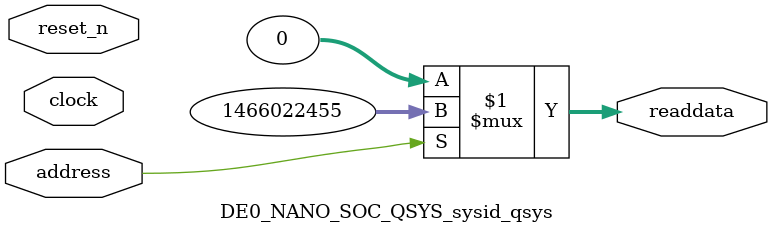
<source format=v>

`timescale 1ns / 1ps
// synthesis translate_on

// turn off superfluous verilog processor warnings 
// altera message_level Level1 
// altera message_off 10034 10035 10036 10037 10230 10240 10030 

module DE0_NANO_SOC_QSYS_sysid_qsys (
               // inputs:
                address,
                clock,
                reset_n,

               // outputs:
                readdata
             )
;

  output  [ 31: 0] readdata;
  input            address;
  input            clock;
  input            reset_n;

  wire    [ 31: 0] readdata;
  //control_slave, which is an e_avalon_slave
  assign readdata = address ? 1466022455 : 0;

endmodule




</source>
